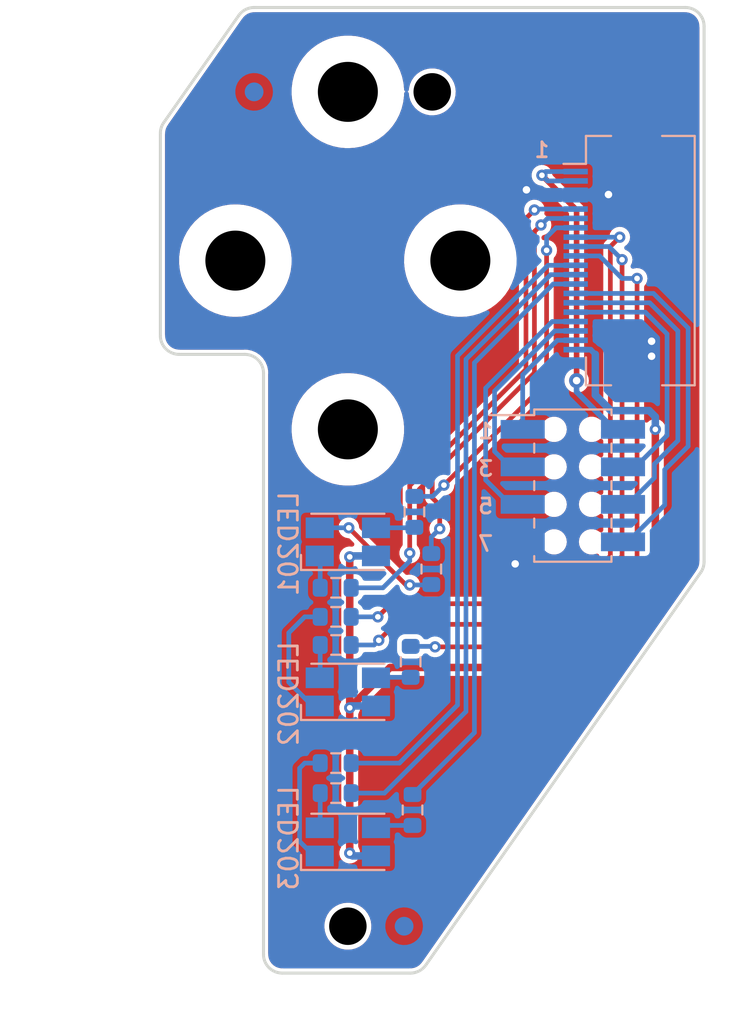
<source format=kicad_pcb>
(kicad_pcb (version 20210424) (generator pcbnew)
  (layers (0 "F.Cu" signal) (31 "B.Cu" signal) (34 "B.Paste" user) (35 "F.Paste" user) (36 "B.SilkS" user "B.Silkscreen") (37 "F.SilkS" user "F.Silkscreen") (38 "B.Mask" user) (39 "F.Mask" user) (44 "Edge.Cuts" user))
  (net 0 "")
  (net 1 "GND")
  (net 2 "+3V3")
  (net 3 "/SHDNZ")
  (net 4 "/SDOUT")
  (net 5 "/SCL")
  (net 6 "/BCLK")
  (net 7 "/SDA")
  (net 8 "/FSYNC")
  (net 9 "Net-(LED201-Pad1)")
  (net 10 "Net-(LED201-Pad3)")
  (net 11 "Net-(LED201-Pad4)")
  (net 12 "Net-(LED202-Pad1)")
  (net 13 "Net-(LED202-Pad3)")
  (net 14 "Net-(LED202-Pad4)")
  (net 15 "Net-(LED203-Pad1)")
  (net 16 "Net-(LED203-Pad3)")
  (net 17 "Net-(LED203-Pad4)")
  (net 18 "/LED1_B")
  (net 19 "/LED1_G")
  (net 20 "/LED1_R")
  (net 21 "/LED2_B")
  (net 22 "/LED3_B")
  (net 23 "/LED2_G")
  (net 24 "/LED3_G")
  (net 25 "/LED2_R")
  (net 26 "/LED3_R")
  (net 27 "+5V")
  (footprint "" (layer "F.Cu") (at 4.5 -9)
    (fp_text reference "H205" hide)
    (fp_text value "MountingHole" hide)
    (pad "" np_thru_hole circle locked (at 0 0) (size 2 2) (drill 2) (layers *.Mask))
  )
  (footprint "" (layer "F.Cu") (at 0 35.5)
    (fp_text reference "H206" hide)
    (fp_text value "MountingHole" hide)
    (pad "" np_thru_hole circle locked (at 0 0) (size 2 2) (drill 2) (layers *.Mask))
  )
  (footprint "MountingHole:MountingHole_3.2mm_M3_DIN965" (layer "F.Cu") (at 0 9)
    (fp_text reference "H204" hide)
    (fp_text value "MountingHole_3.2mm_M3_DIN965")
    (pad "" np_thru_hole circle locked (at 0 0) (size 5.5 5.5) (drill 3.2) (layers *.Mask) (clearance 1.4))
  )
  (footprint "MountingHole:MountingHole_3.2mm_M3_DIN965" (layer "F.Cu") (at 6 0)
    (fp_text reference "H201" hide)
    (fp_text value "MountingHole_3.2mm_M3_DIN965")
    (pad "" np_thru_hole circle locked (at 0 0) (size 5.5 5.5) (drill 3.2) (layers *.Mask) (clearance 1.4))
  )
  (footprint "MountingHole:MountingHole_3.2mm_M3_DIN965" (layer "F.Cu") (at 0 -9)
    (fp_text reference "H203" hide)
    (fp_text value "MountingHole_3.2mm_M3_DIN965")
    (pad "" np_thru_hole circle locked (at 0 0) (size 5.5 5.5) (drill 3.2) (layers *.Mask) (clearance 1.4))
  )
  (footprint "MountingHole:MountingHole_3.2mm_M3_DIN965" (layer "F.Cu") (at -6 0)
    (fp_text reference "H202" hide)
    (fp_text value "MountingHole_3.2mm_M3_DIN965")
    (pad "" np_thru_hole circle locked (at 0 0) (size 5.5 5.5) (drill 3.2) (layers *.Mask) (clearance 1.4))
  )
  (footprint "Resistor_SMD:R_0603_1608Metric" (layer "B.Cu") (at -0.65 28.4 180)
    (fp_text reference "R206" hide)
    (fp_text value "22R")
    (fp_line (start -0.237258 0.5225) (end 0.237258 0.5225) (layer "B.SilkS") (width 0.12))
    (fp_line (start -0.237258 -0.5225) (end 0.237258 -0.5225) (layer "B.SilkS") (width 0.12))
    (pad "1" smd roundrect locked (at -0.825 0 180) (size 0.8 0.95) (layers "B.Cu" "B.Paste" "B.Mask") (net 24 "/LED3_G"))
    (pad "2" smd roundrect locked (at 0.825 0 180) (size 0.8 0.95) (layers "B.Cu" "B.Paste" "B.Mask") (net 17 "Net-(LED203-Pad4)"))
  )
  (footprint "Fiducial:Fiducial_1mm_Mask2mm" (layer "B.Cu") (at -5 -9)
    (fp_text reference "FID1" hide)
    (fp_text value "Fiducial" hide)
    (pad "" smd circle locked (at 0 0) (size 1 1) (layers "B.Cu" "B.Mask") (clearance 0.5))
  )
  (footprint "Fiducial:Fiducial_1mm_Mask2mm" (layer "B.Cu") (at 3 35.5)
    (fp_text reference "FID2" hide)
    (fp_text value "Fiducial" hide)
    (pad "" smd circle locked (at 0 0) (size 1 1) (layers "B.Cu" "B.Mask") (clearance 0.5))
  )
  (footprint "Resistor_SMD:R_0603_1608Metric" (layer "B.Cu") (at 3.45 29.3 -90)
    (fp_text reference "R203" hide)
    (fp_text value "22R")
    (fp_line (start -0.237258 0.5225) (end 0.237258 0.5225) (layer "B.SilkS") (width 0.12))
    (fp_line (start -0.237258 -0.5225) (end 0.237258 -0.5225) (layer "B.SilkS") (width 0.12))
    (pad "1" smd roundrect locked (at -0.825 0 270) (size 0.8 0.95) (layers "B.Cu" "B.Paste" "B.Mask") (net 22 "/LED3_B"))
    (pad "2" smd roundrect locked (at 0.825 0 270) (size 0.8 0.95) (layers "B.Cu" "B.Paste" "B.Mask") (net 16 "Net-(LED203-Pad3)"))
  )
  (footprint "Resistor_SMD:R_0603_1608Metric" (layer "B.Cu") (at -0.65 26.8 180)
    (fp_text reference "R209" hide)
    (fp_text value "22R")
    (fp_line (start -0.237258 -0.5225) (end 0.237258 -0.5225) (layer "B.SilkS") (width 0.12))
    (fp_line (start -0.237258 0.5225) (end 0.237258 0.5225) (layer "B.SilkS") (width 0.12))
    (pad "1" smd roundrect locked (at -0.825 0 180) (size 0.8 0.95) (layers "B.Cu" "B.Paste" "B.Mask") (net 26 "/LED3_R"))
    (pad "2" smd roundrect locked (at 0.825 0 180) (size 0.8 0.95) (layers "B.Cu" "B.Paste" "B.Mask") (net 15 "Net-(LED203-Pad1)"))
  )
  (footprint "LED_SMD:LED_Avago_PLCC4_3.2x2.8mm_CW" (layer "B.Cu") (at 0 31)
    (fp_text reference "LED203" (at -3.15 -0.2 90) (layer "B.SilkS") (effects (justify mirror)))
    (fp_text value "IN-P32TATRGB")
    (fp_line (start -2.500044 1.5) (end 1.95 1.5) (layer "B.SilkS") (width 0.12))
    (fp_line (start -2.5 0.7) (end -2.5 1.5) (layer "B.SilkS") (width 0.12))
    (fp_line (start -1.95 -1.5) (end 1.95 -1.5) (layer "B.SilkS") (width 0.12))
    (pad "1" smd rect locked (at -1.5 0.75) (size 1.5 1.1) (layers "B.Cu" "B.Paste" "B.Mask") (net 15 "Net-(LED203-Pad1)"))
    (pad "2" smd rect locked (at 1.5 0.75) (size 1.5 1.1) (layers "B.Cu" "B.Paste" "B.Mask") (net 27 "+5V"))
    (pad "3" smd rect locked (at 1.5 -0.75) (size 1.5 1.1) (layers "B.Cu" "B.Paste" "B.Mask") (net 16 "Net-(LED203-Pad3)"))
    (pad "4" smd rect locked (at -1.5 -0.75) (size 1.5 1.1) (layers "B.Cu" "B.Paste" "B.Mask") (net 17 "Net-(LED203-Pad4)"))
  )
  (footprint "jeffmakes-footprints:PinSocket_2x04_P2.00mm_Vertical_SMD_Bottom_or_Top_Entry_AMPMODU" (layer "B.Cu") (at 12 12 180)
    (fp_text reference "J201" hide)
    (fp_text value "2314844-8")
    (fp_line (start -2.06 0.24) (end -2.06 -0.24) (layer "B.SilkS") (width 0.12))
    (fp_line (start -2.06 2.24) (end -2.06 1.76) (layer "B.SilkS") (width 0.12))
    (fp_line (start 2.06 -3.76) (end 2.06 -4.06) (layer "B.SilkS") (width 0.12))
    (fp_line (start -2.06 4.06) (end -2.06 3.76) (layer "B.SilkS") (width 0.12))
    (fp_line (start -2.06 -3.76) (end -2.06 -4.06) (layer "B.SilkS") (width 0.12))
    (fp_line (start 2.06 3.76) (end 4.44 3.76) (layer "B.SilkS") (width 0.12))
    (fp_line (start 2.06 4.06) (end 2.06 3.76) (layer "B.SilkS") (width 0.12))
    (fp_line (start -2.06 -1.76) (end -2.06 -2.24) (layer "B.SilkS") (width 0.12))
    (fp_line (start 2.06 0.24) (end 2.06 -0.24) (layer "B.SilkS") (width 0.12))
    (fp_line (start -2.06 4.06) (end 2.06 4.06) (layer "B.SilkS") (width 0.12))
    (fp_line (start -2.06 -4.06) (end 2.06 -4.06) (layer "B.SilkS") (width 0.12))
    (fp_line (start 2.06 2.24) (end 2.06 1.76) (layer "B.SilkS") (width 0.12))
    (fp_line (start 2.06 -1.76) (end 2.06 -2.24) (layer "B.SilkS") (width 0.12))
    (pad "" np_thru_hole circle locked (at -1 -3 180) (size 0.85 0.85) (drill 0.85) (layers F&B.Cu *.Mask))
    (pad "" np_thru_hole circle locked (at 1 1 180) (size 0.85 0.85) (drill 0.85) (layers F&B.Cu *.Mask))
    (pad "" np_thru_hole circle locked (at 1 -1 180) (size 0.85 0.85) (drill 0.85) (layers F&B.Cu *.Mask))
    (pad "" np_thru_hole circle locked (at -1 3 180) (size 0.85 0.85) (drill 0.85) (layers F&B.Cu *.Mask))
    (pad "" np_thru_hole circle locked (at 1 -3 180) (size 0.85 0.85) (drill 0.85) (layers F&B.Cu *.Mask))
    (pad "" np_thru_hole circle locked (at -1 1 180) (size 0.85 0.85) (drill 0.85) (layers F&B.Cu *.Mask))
    (pad "" np_thru_hole circle locked (at 1 3 180) (size 0.85 0.85) (drill 0.85) (layers F&B.Cu *.Mask))
    (pad "" np_thru_hole circle locked (at -1 -1 180) (size 0.85 0.85) (drill 0.85) (layers F&B.Cu *.Mask))
    (pad "1" smd rect locked (at 2.675 3 180) (size 2.35 1) (layers "B.Cu" "B.Paste" "B.Mask") (net 3 "/SHDNZ"))
    (pad "2" smd rect locked (at -2.675 3 180) (size 2.35 1) (layers "B.Cu" "B.Paste" "B.Mask") (net 2 "+3V3"))
    (pad "3" smd rect locked (at 2.675 1 180) (size 2.35 1) (layers "B.Cu" "B.Paste" "B.Mask") (net 5 "/SCL"))
    (pad "4" smd rect locked (at -2.675 1 180) (size 2.35 1) (layers "B.Cu" "B.Paste" "B.Mask") (net 8 "/FSYNC"))
    (pad "5" smd rect locked (at 2.675 -1 180) (size 2.35 1) (layers "B.Cu" "B.Paste" "B.Mask") (net 7 "/SDA"))
    (pad "6" smd rect locked (at -2.675 -1 180) (size 2.35 1) (layers "B.Cu" "B.Paste" "B.Mask") (net 6 "/BCLK"))
    (pad "7" smd rect locked (at 2.675 -3 180) (size 2.35 1) (layers "B.Cu" "B.Paste" "B.Mask") (net 1 "GND"))
    (pad "8" smd rect locked (at -2.675 -3 180) (size 2.35 1) (layers "B.Cu" "B.Paste" "B.Mask") (net 4 "/SDOUT"))
  )
  (footprint "Resistor_SMD:R_0603_1608Metric" (layer "B.Cu") (at 3.55 13.4 -90)
    (fp_text reference "R201" hide)
    (fp_text value "22R")
    (fp_line (start -0.237258 0.5225) (end 0.237258 0.5225) (layer "B.SilkS") (width 0.12))
    (fp_line (start -0.237258 -0.5225) (end 0.237258 -0.5225) (layer "B.SilkS") (width 0.12))
    (pad "1" smd roundrect locked (at -0.825 0 270) (size 0.8 0.95) (layers "B.Cu" "B.Paste" "B.Mask") (net 18 "/LED1_B"))
    (pad "2" smd roundrect locked (at 0.825 0 270) (size 0.8 0.95) (layers "B.Cu" "B.Paste" "B.Mask") (net 10 "Net-(LED201-Pad3)"))
  )
  (footprint "LED_SMD:LED_Avago_PLCC4_3.2x2.8mm_CW" (layer "B.Cu") (at 0 23)
    (fp_text reference "LED202" (at -3.15 0.1 90) (layer "B.SilkS") (effects (justify mirror)))
    (fp_text value "IN-P32TATRGB")
    (fp_line (start -2.500044 1.5) (end 1.95 1.5) (layer "B.SilkS") (width 0.12))
    (fp_line (start -1.95 -1.5) (end 1.95 -1.5) (layer "B.SilkS") (width 0.12))
    (fp_line (start -2.5 0.7) (end -2.5 1.5) (layer "B.SilkS") (width 0.12))
    (pad "1" smd rect locked (at -1.5 0.75) (size 1.5 1.1) (layers "B.Cu" "B.Paste" "B.Mask") (net 12 "Net-(LED202-Pad1)"))
    (pad "2" smd rect locked (at 1.5 0.75) (size 1.5 1.1) (layers "B.Cu" "B.Paste" "B.Mask") (net 27 "+5V"))
    (pad "3" smd rect locked (at 1.5 -0.75) (size 1.5 1.1) (layers "B.Cu" "B.Paste" "B.Mask") (net 13 "Net-(LED202-Pad3)"))
    (pad "4" smd rect locked (at -1.5 -0.75) (size 1.5 1.1) (layers "B.Cu" "B.Paste" "B.Mask") (net 14 "Net-(LED202-Pad4)"))
  )
  (footprint "Resistor_SMD:R_0603_1608Metric" (layer "B.Cu") (at -0.65 20.5 180)
    (fp_text reference "R205" hide)
    (fp_text value "22R")
    (fp_line (start -0.237258 -0.5225) (end 0.237258 -0.5225) (layer "B.SilkS") (width 0.12))
    (fp_line (start -0.237258 0.5225) (end 0.237258 0.5225) (layer "B.SilkS") (width 0.12))
    (pad "1" smd roundrect locked (at -0.825 0 180) (size 0.8 0.95) (layers "B.Cu" "B.Paste" "B.Mask") (net 23 "/LED2_G"))
    (pad "2" smd roundrect locked (at 0.825 0 180) (size 0.8 0.95) (layers "B.Cu" "B.Paste" "B.Mask") (net 14 "Net-(LED202-Pad4)"))
  )
  (footprint "Resistor_SMD:R_0603_1608Metric" (layer "B.Cu") (at 3.35 21.4 -90)
    (fp_text reference "R202" hide)
    (fp_text value "22R")
    (fp_line (start -0.237258 0.5225) (end 0.237258 0.5225) (layer "B.SilkS") (width 0.12))
    (fp_line (start -0.237258 -0.5225) (end 0.237258 -0.5225) (layer "B.SilkS") (width 0.12))
    (pad "1" smd roundrect locked (at -0.825 0 270) (size 0.8 0.95) (layers "B.Cu" "B.Paste" "B.Mask") (net 21 "/LED2_B"))
    (pad "2" smd roundrect locked (at 0.825 0 270) (size 0.8 0.95) (layers "B.Cu" "B.Paste" "B.Mask") (net 13 "Net-(LED202-Pad3)"))
  )
  (footprint "LED_SMD:LED_Avago_PLCC4_3.2x2.8mm_CW" (layer "B.Cu") (at 0 15)
    (fp_text reference "LED201" (at -3.15 0.1 90) (layer "B.SilkS") (effects (justify mirror)))
    (fp_text value "IN-P32TATRGB")
    (fp_line (start -2.5 0.7) (end -2.5 1.5) (layer "B.SilkS") (width 0.12))
    (fp_line (start -1.95 -1.5) (end 1.95 -1.5) (layer "B.SilkS") (width 0.12))
    (fp_line (start -2.500044 1.5) (end 1.95 1.5) (layer "B.SilkS") (width 0.12))
    (pad "1" smd rect locked (at -1.5 0.75) (size 1.5 1.1) (layers "B.Cu" "B.Paste" "B.Mask") (net 9 "Net-(LED201-Pad1)"))
    (pad "2" smd rect locked (at 1.5 0.75) (size 1.5 1.1) (layers "B.Cu" "B.Paste" "B.Mask") (net 27 "+5V"))
    (pad "3" smd rect locked (at 1.5 -0.75) (size 1.5 1.1) (layers "B.Cu" "B.Paste" "B.Mask") (net 10 "Net-(LED201-Pad3)"))
    (pad "4" smd rect locked (at -1.5 -0.75) (size 1.5 1.1) (layers "B.Cu" "B.Paste" "B.Mask") (net 11 "Net-(LED201-Pad4)"))
  )
  (footprint "Resistor_SMD:R_0603_1608Metric" (layer "B.Cu") (at -0.65 19 180)
    (fp_text reference "R208" hide)
    (fp_text value "22R")
    (fp_line (start -0.237258 -0.5225) (end 0.237258 -0.5225) (layer "B.SilkS") (width 0.12))
    (fp_line (start -0.237258 0.5225) (end 0.237258 0.5225) (layer "B.SilkS") (width 0.12))
    (pad "1" smd roundrect locked (at -0.825 0 180) (size 0.8 0.95) (layers "B.Cu" "B.Paste" "B.Mask") (net 25 "/LED2_R"))
    (pad "2" smd roundrect locked (at 0.825 0 180) (size 0.8 0.95) (layers "B.Cu" "B.Paste" "B.Mask") (net 12 "Net-(LED202-Pad1)"))
  )
  (footprint "Resistor_SMD:R_0603_1608Metric" (layer "B.Cu") (at 4.45 16.45 -90)
    (fp_text reference "R204" hide)
    (fp_text value "22R")
    (fp_line (start -0.237258 -0.5225) (end 0.237258 -0.5225) (layer "B.SilkS") (width 0.12))
    (fp_line (start -0.237258 0.5225) (end 0.237258 0.5225) (layer "B.SilkS") (width 0.12))
    (pad "1" smd roundrect locked (at -0.825 0 270) (size 0.8 0.95) (layers "B.Cu" "B.Paste" "B.Mask") (net 19 "/LED1_G"))
    (pad "2" smd roundrect locked (at 0.825 0 270) (size 0.8 0.95) (layers "B.Cu" "B.Paste" "B.Mask") (net 11 "Net-(LED201-Pad4)"))
  )
  (footprint "Resistor_SMD:R_0603_1608Metric" (layer "B.Cu") (at -0.65 17.45 180)
    (fp_text reference "R207" hide)
    (fp_text value "22R")
    (fp_line (start -0.237258 0.5225) (end 0.237258 0.5225) (layer "B.SilkS") (width 0.12))
    (fp_line (start -0.237258 -0.5225) (end 0.237258 -0.5225) (layer "B.SilkS") (width 0.12))
    (pad "1" smd roundrect locked (at -0.825 0 180) (size 0.8 0.95) (layers "B.Cu" "B.Paste" "B.Mask") (net 20 "/LED1_R"))
    (pad "2" smd roundrect locked (at 0.825 0 180) (size 0.8 0.95) (layers "B.Cu" "B.Paste" "B.Mask") (net 9 "Net-(LED201-Pad1)"))
  )
  (footprint "Connector_FFC-FPC:Hirose_FH12-20S-0.5SH_1x20-1MP_P0.50mm_Horizontal" (layer "B.Cu") (at 14 0 -90)
    (fp_text reference "J202" hide)
    (fp_text value "FH12A-20S-0.5SH")
    (fp_line (start 6.65 -4.5) (end 6.65 -2.76) (layer "B.SilkS") (width 0.12))
    (fp_line (start -5.16 1.3) (end -6.65 1.3) (layer "B.SilkS") (width 0.12))
    (fp_line (start 5.16 1.3) (end 6.65 1.3) (layer "B.SilkS") (width 0.12))
    (fp_line (start -5.16 1.3) (end -5.16 2.5) (layer "B.SilkS") (width 0.12))
    (fp_line (start -6.65 -2.76) (end -6.65 -4.5) (layer "B.SilkS") (width 0.12))
    (fp_line (start 6.65 1.3) (end 6.65 -0.04) (layer "B.SilkS") (width 0.12))
    (fp_line (start -6.65 1.3) (end -6.65 -0.04) (layer "B.SilkS") (width 0.12))
    (fp_line (start -6.65 -4.5) (end 6.65 -4.5) (layer "B.SilkS") (width 0.12))
    (pad "1" smd rect locked (at -4.75 1.85 270) (size 0.3 1.3) (layers "B.Cu" "B.Paste" "B.Mask") (net 2 "+3V3"))
    (pad "2" smd rect locked (at -4.25 1.85 270) (size 0.3 1.3) (layers "B.Cu" "B.Paste" "B.Mask") (net 2 "+3V3"))
    (pad "3" smd rect locked (at -3.75 1.85 270) (size 0.3 1.3) (layers "B.Cu" "B.Paste" "B.Mask") (net 1 "GND"))
    (pad "4" smd rect locked (at -3.25 1.85 270) (size 0.3 1.3) (layers "B.Cu" "B.Paste" "B.Mask") (net 1 "GND"))
    (pad "5" smd rect locked (at -2.75 1.85 270) (size 0.3 1.3) (layers "B.Cu" "B.Paste" "B.Mask") (net 20 "/LED1_R"))
    (pad "6" smd rect locked (at -2.25 1.85 270) (size 0.3 1.3) (layers "B.Cu" "B.Paste" "B.Mask") (net 19 "/LED1_G"))
    (pad "7" smd rect locked (at -1.75 1.85 270) (size 0.3 1.3) (layers "B.Cu" "B.Paste" "B.Mask") (net 18 "/LED1_B"))
    (pad "8" smd rect locked (at -1.25 1.85 270) (size 0.3 1.3) (layers "B.Cu" "B.Paste" "B.Mask") (net 25 "/LED2_R"))
    (pad "9" smd rect locked (at -0.75 1.85 270) (size 0.3 1.3) (layers "B.Cu" "B.Paste" "B.Mask") (net 23 "/LED2_G"))
    (pad "10" smd rect locked (at -0.25 1.85 270) (size 0.3 1.3) (layers "B.Cu" "B.Paste" "B.Mask") (net 21 "/LED2_B"))
    (pad "11" smd rect locked (at 0.25 1.85 270) (size 0.3 1.3) (layers "B.Cu" "B.Paste" "B.Mask") (net 26 "/LED3_R"))
    (pad "12" smd rect locked (at 0.75 1.85 270) (size 0.3 1.3) (layers "B.Cu" "B.Paste" "B.Mask") (net 24 "/LED3_G"))
    (pad "13" smd rect locked (at 1.25 1.85 270) (size 0.3 1.3) (layers "B.Cu" "B.Paste" "B.Mask") (net 22 "/LED3_B"))
    (pad "14" smd rect locked (at 1.75 1.85 270) (size 0.3 1.3) (layers "B.Cu" "B.Paste" "B.Mask") (net 4 "/SDOUT"))
    (pad "15" smd rect locked (at 2.25 1.85 270) (size 0.3 1.3) (layers "B.Cu" "B.Paste" "B.Mask") (net 6 "/BCLK"))
    (pad "16" smd rect locked (at 2.75 1.85 270) (size 0.3 1.3) (layers "B.Cu" "B.Paste" "B.Mask") (net 8 "/FSYNC"))
    (pad "17" smd rect locked (at 3.25 1.85 270) (size 0.3 1.3) (layers "B.Cu" "B.Paste" "B.Mask") (net 7 "/SDA"))
    (pad "18" smd rect locked (at 3.75 1.85 270) (size 0.3 1.3) (layers "B.Cu" "B.Paste" "B.Mask") (net 5 "/SCL"))
    (pad "19" smd rect locked (at 4.25 1.85 270) (size 0.3 1.3) (layers "B.Cu" "B.Paste" "B.Mask") (net 3 "/SHDNZ"))
    (pad "20" smd rect locked (at 4.75 1.85 270) (size 0.3 1.3) (layers "B.Cu" "B.Paste" "B.Mask") (net 27 "+5V"))
    (pad "MP" smd rect locked (at -6.65 -1.4 270) (size 1.8 2.2) (layers "B.Cu" "B.Paste" "B.Mask") (net 1 "GND"))
    (pad "MP" smd rect locked (at 6.65 -1.4 270) (size 1.8 2.2) (layers "B.Cu" "B.Paste" "B.Mask") (net 1 "GND"))
  )
  (gr_arc (start 18 16.059) (end 18.819 16.633) (angle -35) (layer "Edge.Cuts") (width 0.16))
  (gr_arc (start 3.337 37) (end 3.337 38) (angle -55) (layer "Edge.Cuts") (width 0.16))
  (gr_line (start -4.5 37) (end -4.5 6) (angle 90) (layer "Edge.Cuts") (width 0.16))
  (gr_arc (start 18.001 -12.501) (end 19 -12.5) (angle -90.154) (layer "Edge.Cuts") (width 0.16))
  (gr_line (start -5 -13.5) (end 18 -13.5) (angle 90) (layer "Edge.Cuts") (width 0.16))
  (gr_arc (start -8.999 -6.788) (end -9.819 -7.362) (angle -35) (layer "Edge.Cuts") (width 0.16))
  (gr_line (start -9.819 -7.362) (end -5.82 -13.073) (angle 90) (layer "Edge.Cuts") (width 0.16))
  (gr_line (start 19 -12.5) (end 19 16.059) (angle 90) (layer "Edge.Cuts") (width 0.16))
  (gr_line (start 3.337 38) (end -3.5 38) (angle 90) (layer "Edge.Cuts") (width 0.16))
  (gr_arc (start -3.5 37) (end -4.5 37) (angle -90) (layer "Edge.Cuts") (width 0.16))
  (gr_line (start -5.5 5) (end -9 5) (angle 90) (layer "Edge.Cuts") (width 0.16))
  (gr_arc (start -8.999 3.999) (end -10 4) (angle -89.9) (layer "Edge.Cuts") (width 0.16))
  (gr_arc (start -5 -12.499) (end -5 -13.5) (angle -55) (layer "Edge.Cuts") (width 0.16))
  (gr_line (start 18.819 16.633) (end 4.156 37.574) (angle 90) (layer "Edge.Cuts") (width 0.16))
  (gr_arc (start -5.5 6) (end -4.5 6) (angle -90) (layer "Edge.Cuts") (width 0.16))
  (gr_line (start -10 4) (end -10 -6.788) (angle 90) (layer "Edge.Cuts") (width 0.16))
  (gr_text "1" (at 10.35 -5.9) (layer "B.SilkS") (effects (font (size 0.8 0.8)) (justify mirror)))
  (gr_text "7" (at 7.35 15.1) (layer "B.SilkS") (effects (font (size 0.8 0.8)) (justify mirror)))
  (gr_text "3\n" (at 7.35 11.1) (layer "B.SilkS") (effects (font (size 0.8 0.8)) (justify mirror)))
  (gr_text "1" (at 7.35 9.1) (layer "B.SilkS") (effects (font (size 0.8 0.8)) (justify mirror)))
  (gr_text "5" (at 7.35 13.1) (layer "B.SilkS") (effects (font (size 0.8 0.8)) (justify mirror)))
  (via (at 9.525 -3.775) (size 0.8) (drill 0.4) (layers "F.Cu" "B.Cu") (net 1))
  (via (at 16.2 5.1) (size 0.8) (drill 0.4) (layers "F.Cu" "B.Cu") (net 1))
  (via (at 16.2 4.3) (size 0.8) (drill 0.4) (layers "F.Cu" "B.Cu") (net 1))
  (via (at 13.9 -3.525) (size 0.8) (drill 0.4) (layers "F.Cu" "B.Cu") (net 1))
  (via (at 8.925 16.175) (size 0.8) (drill 0.4) (layers "F.Cu" "B.Cu") (net 1))
  (segment (start 12.2 -2.7) (end 10.35 -4.55) (width 0.3) (layer "F.Cu") (net 2))
  (segment (start 12.2 6.4) (end 12.2 -2.7) (width 0.3) (layer "F.Cu") (net 2))
  (via (at 10.35 -4.55) (size 0.6) (drill 0.3) (layers "F.Cu" "B.Cu") (net 2))
  (via (at 12.2 6.4) (size 0.8) (drill 0.4) (layers "F.Cu" "B.Cu") (net 2))
  (segment (start 10.649999 -4.250001) (end 10.35 -4.55) (width 0.25) (layer "B.Cu") (net 2))
  (segment (start 14.675 9) (end 14.2 9) (width 0.3) (layer "B.Cu") (net 2))
  (segment (start 12.2 7) (end 12.2 6.4) (width 0.3) (layer "B.Cu") (net 2))
  (segment (start 12.15 -4.75) (end 10.55 -4.75) (width 0.25) (layer "B.Cu") (net 2))
  (segment (start 11 -4.25) (end 10.649999 -4.250001) (width 0.25) (layer "B.Cu") (net 2))
  (segment (start 10.55 -4.75) (end 10.35 -4.55) (width 0.25) (layer "B.Cu") (net 2))
  (segment (start 14.2 9) (end 12.2 7) (width 0.3) (layer "B.Cu") (net 2))
  (segment (start 12.15 -4.25) (end 11 -4.25) (width 0.25) (layer "B.Cu") (net 2))
  (segment (start 11.17282 4.25) (end 12.15 4.25) (width 0.25) (layer "B.Cu") (net 3))
  (segment (start 9.325 9) (end 9.325 6.09782) (width 0.25) (layer "B.Cu") (net 3))
  (segment (start 9.325 6.09782) (end 11.17282 4.25) (width 0.25) (layer "B.Cu") (net 3))
  (segment (start 16.3 1.75) (end 12.15 1.75) (width 0.25) (layer "B.Cu") (net 4))
  (segment (start 14.93412 15) (end 16.9 13.03412) (width 0.25) (layer "B.Cu") (net 4))
  (segment (start 18.15 9.9) (end 18.15 3.6) (width 0.25) (layer "B.Cu") (net 4))
  (segment (start 16.9 11.15) (end 18.15 9.9) (width 0.25) (layer "B.Cu") (net 4))
  (segment (start 16.9 13.03412) (end 16.9 11.15) (width 0.25) (layer "B.Cu") (net 4))
  (segment (start 18.15 3.6) (end 16.3 1.75) (width 0.25) (layer "B.Cu") (net 4))
  (segment (start 14.675 15) (end 14.93412 15) (width 0.25) (layer "B.Cu") (net 4))
  (segment (start 7.82499 6.96142) (end 11.03641 3.75) (width 0.25) (layer "B.Cu") (net 5))
  (segment (start 7.82499 10.17499) (end 7.82499 6.96142) (width 0.25) (layer "B.Cu") (net 5))
  (segment (start 9.325 11) (end 8.65 11) (width 0.25) (layer "B.Cu") (net 5))
  (segment (start 8.65 11) (end 7.82499 10.17499) (width 0.25) (layer "B.Cu") (net 5))
  (segment (start 11.03641 3.75) (end 12.15 3.75) (width 0.25) (layer "B.Cu") (net 5))
  (segment (start 16.35 11.58412) (end 16.35 10.85) (width 0.25) (layer "B.Cu") (net 6))
  (segment (start 14.675 13) (end 14.93412 13) (width 0.25) (layer "B.Cu") (net 6))
  (segment (start 16.1 2.25) (end 12.15 2.25) (width 0.25) (layer "B.Cu") (net 6))
  (segment (start 17.6 9.6) (end 17.6 3.75) (width 0.25) (layer "B.Cu") (net 6))
  (segment (start 14.93412 13) (end 16.35 11.58412) (width 0.25) (layer "B.Cu") (net 6))
  (segment (start 16.35 10.85) (end 17.6 9.6) (width 0.25) (layer "B.Cu") (net 6))
  (segment (start 17.6 3.75) (end 16.1 2.25) (width 0.25) (layer "B.Cu") (net 6))
  (segment (start 10.9 3.25) (end 12.15 3.25) (width 0.25) (layer "B.Cu") (net 7))
  (segment (start 7.350022 11.700022) (end 7.350022 6.799978) (width 0.25) (layer "B.Cu") (net 7))
  (segment (start 8.65 13) (end 7.350022 11.700022) (width 0.25) (layer "B.Cu") (net 7))
  (segment (start 7.350022 6.799978) (end 10.9 3.25) (width 0.25) (layer "B.Cu") (net 7))
  (segment (start 9.325 13) (end 8.65 13) (width 0.25) (layer "B.Cu") (net 7))
  (segment (start 15.8625 2.75) (end 12.15 2.75) (width 0.25) (layer "B.Cu") (net 8))
  (segment (start 15.35 11) (end 17.025001 9.324999) (width 0.25) (layer "B.Cu") (net 8))
  (segment (start 17.025001 3.912501) (end 15.8625 2.75) (width 0.25) (layer "B.Cu") (net 8))
  (segment (start 14.675 11) (end 15.35 11) (width 0.25) (layer "B.Cu") (net 8))
  (segment (start 17.025001 9.324999) (end 17.025001 3.912501) (width 0.25) (layer "B.Cu") (net 8))
  (segment (start -1.475 15.775) (end -1.5 15.75) (width 0.25) (layer "B.Cu") (net 9))
  (segment (start -1.475 17.45) (end -1.475 15.775) (width 0.25) (layer "B.Cu") (net 9))
  (segment (start 1.5 14.25) (end 3.525 14.25) (width 0.25) (layer "B.Cu") (net 10))
  (segment (start 3.525 14.25) (end 3.55 14.225) (width 0.25) (layer "B.Cu") (net 10))
  (segment (start 0.05 14.25) (end 3.1 17.3) (width 0.25) (layer "F.Cu") (net 11))
  (segment (start 3.1 17.3) (end 3.3 17.3) (width 0.25) (layer "F.Cu") (net 11))
  (via (at 0.05 14.25) (size 0.6) (drill 0.3) (layers "F.Cu" "B.Cu") (net 11))
  (via (at 3.3 17.3) (size 0.6) (drill 0.3) (layers "F.Cu" "B.Cu") (net 11))
  (segment (start -1.5 14.25) (end 0.05 14.25) (width 0.25) (layer "B.Cu") (net 11))
  (segment (start 3.3 17.3) (end 4.425 17.3) (width 0.25) (layer "B.Cu") (net 11))
  (segment (start 4.425 17.3) (end 4.45 17.275) (width 0.25) (layer "B.Cu") (net 11))
  (segment (start -3.15 22.485002) (end -1.885002 23.75) (width 0.25) (layer "B.Cu") (net 12))
  (segment (start -1.885002 23.75) (end -1.5 23.75) (width 0.25) (layer "B.Cu") (net 12))
  (segment (start -1.475 19) (end -2.3 19) (width 0.25) (layer "B.Cu") (net 12))
  (segment (start -3.15 19.85) (end -3.15 22.485002) (width 0.25) (layer "B.Cu") (net 12))
  (segment (start -2.3 19) (end -3.15 19.85) (width 0.25) (layer "B.Cu") (net 12))
  (segment (start 1.525 22.225) (end 1.5 22.25) (width 0.25) (layer "B.Cu") (net 13))
  (segment (start 3.35 22.225) (end 1.525 22.225) (width 0.25) (layer "B.Cu") (net 13))
  (segment (start -1.475 20.5) (end -1.475 22.225) (width 0.25) (layer "B.Cu") (net 14))
  (segment (start -1.475 22.225) (end -1.5 22.25) (width 0.25) (layer "B.Cu") (net 14))
  (segment (start -1.8 31.75) (end -2.575001 30.974999) (width 0.25) (layer "B.Cu") (net 15))
  (segment (start -2.3 26.8) (end -1.475 26.8) (width 0.25) (layer "B.Cu") (net 15))
  (segment (start -2.575001 30.974999) (end -2.575001 27.075001) (width 0.25) (layer "B.Cu") (net 15))
  (segment (start -2.575001 27.075001) (end -2.3 26.8) (width 0.25) (layer "B.Cu") (net 15))
  (segment (start -1.5 31.75) (end -1.8 31.75) (width 0.25) (layer "B.Cu") (net 15))
  (segment (start 1.6256 30.1244) (end 1.5 30.25) (width 0.25) (layer "B.Cu") (net 16))
  (segment (start 3.45 30.125) (end 3.4494 30.1244) (width 0.25) (layer "B.Cu") (net 16))
  (segment (start 3.4494 30.1244) (end 1.6256 30.1244) (width 0.25) (layer "B.Cu") (net 16))
  (segment (start -1.475 30.225) (end -1.5 30.25) (width 0.25) (layer "B.Cu") (net 17))
  (segment (start -1.475 28.4) (end -1.475 30.225) (width 0.25) (layer "B.Cu") (net 17))
  (segment (start 10.6 6.499408) (end 5.12501 11.974398) (width 0.25) (layer "F.Cu") (net 18))
  (segment (start 10.6 -0.55) (end 10.6 6.499408) (width 0.25) (layer "F.Cu") (net 18))
  (via (at 10.6 -0.55) (size 0.6) (drill 0.3) (layers "F.Cu" "B.Cu") (net 18))
  (via (at 5.12501 11.974398) (size 0.6) (drill 0.3) (layers "F.Cu" "B.Cu") (net 18))
  (segment (start 10.6 -1.25) (end 11.1 -1.75) (width 0.25) (layer "B.Cu") (net 18))
  (segment (start 10.6 -0.55) (end 10.6 -1.25) (width 0.25) (layer "B.Cu") (net 18))
  (segment (start 3.55 12.575) (end 4.524408 12.575) (width 0.25) (layer "B.Cu") (net 18))
  (segment (start 11.1 -1.75) (end 12.15 -1.75) (width 0.25) (layer "B.Cu") (net 18))
  (segment (start 4.524408 12.575) (end 5.12501 11.974398) (width 0.25) (layer "B.Cu") (net 18))
  (segment (start 4.9 14.3) (end 4.9 13.05) (width 0.25) (layer "F.Cu") (net 19))
  (segment (start 4.5 11.436411) (end 9.950011 5.9864) (width 0.25) (layer "F.Cu") (net 19))
  (segment (start 4.9 13.05) (end 4.5 12.65) (width 0.25) (layer "F.Cu") (net 19))
  (segment (start 4.5 12.65) (end 4.5 11.436411) (width 0.25) (layer "F.Cu") (net 19))
  (segment (start 9.950011 -1.550011) (end 10.3 -1.9) (width 0.25) (layer "F.Cu") (net 19))
  (segment (start 9.950011 5.9864) (end 9.950011 -1.550011) (width 0.25) (layer "F.Cu") (net 19))
  (via (at 4.9 14.3) (size 0.6) (drill 0.3) (layers "F.Cu" "B.Cu") (net 19))
  (via (at 10.3 -1.9) (size 0.6) (drill 0.3) (layers "F.Cu" "B.Cu") (net 19))
  (segment (start 4.45 14.75) (end 4.9 14.3) (width 0.25) (layer "B.Cu") (net 19))
  (segment (start 10.3 -1.9) (end 10.65 -2.25) (width 0.25) (layer "B.Cu") (net 19))
  (segment (start 10.65 -2.25) (end 12.15 -2.25) (width 0.25) (layer "B.Cu") (net 19))
  (segment (start 4.45 15.625) (end 4.45 14.75) (width 0.25) (layer "B.Cu") (net 19))
  (segment (start 9.5 5.8) (end 3.3 12) (width 0.25) (layer "F.Cu") (net 20))
  (segment (start 9.95 -2.7) (end 9.5 -2.25) (width 0.25) (layer "F.Cu") (net 20))
  (segment (start 3.3 12) (end 3.3 15.6) (width 0.25) (layer "F.Cu") (net 20))
  (segment (start 9.5 -2.25) (end 9.5 5.8) (width 0.25) (layer "F.Cu") (net 20))
  (via (at 9.95 -2.7) (size 0.6) (drill 0.3) (layers "F.Cu" "B.Cu") (net 20))
  (via (at 3.3 15.6) (size 0.6) (drill 0.3) (layers "F.Cu" "B.Cu") (net 20))
  (segment (start 3.3 16.024264) (end 3.3 15.6) (width 0.25) (layer "B.Cu") (net 20))
  (segment (start 1.874264 17.45) (end 3.3 16.024264) (width 0.25) (layer "B.Cu") (net 20))
  (segment (start 10 -2.75) (end 12.15 -2.75) (width 0.25) (layer "B.Cu") (net 20))
  (segment (start 9.95 -2.7) (end 10 -2.75) (width 0.25) (layer "B.Cu") (net 20))
  (segment (start 0.175 17.45) (end 1.874264 17.45) (width 0.25) (layer "B.Cu") (net 20))
  (segment (start 11.05 20.6) (end 15.42501 16.22499) (width 0.25) (layer "F.Cu") (net 21))
  (segment (start 15.42501 16.22499) (end 15.42501 0.95) (width 0.25) (layer "F.Cu") (net 21))
  (segment (start 4.65 20.6) (end 11.05 20.6) (width 0.25) (layer "F.Cu") (net 21))
  (via (at 15.42501 0.95) (size 0.6) (drill 0.3) (layers "F.Cu" "B.Cu") (net 21))
  (via (at 4.65 20.6) (size 0.6) (drill 0.3) (layers "F.Cu" "B.Cu") (net 21))
  (segment (start 4.625 20.575) (end 4.65 20.6) (width 0.25) (layer "B.Cu") (net 21))
  (segment (start 12.15 -0.25) (end 13.424998 -0.25) (width 0.25) (layer "B.Cu") (net 21))
  (segment (start 3.35 20.575) (end 4.625 20.575) (width 0.25) (layer "B.Cu") (net 21))
  (segment (start 14.624998 0.95) (end 15.42501 0.95) (width 0.25) (layer "B.Cu") (net 21))
  (segment (start 13.424998 -0.25) (end 14.624998 0.95) (width 0.25) (layer "B.Cu") (net 21))
  (segment (start 6.75 5.45) (end 10.95 1.25) (width 0.25) (layer "B.Cu") (net 22))
  (segment (start 10.95 1.25) (end 12.15 1.25) (width 0.25) (layer "B.Cu") (net 22))
  (segment (start 3.45 28.475) (end 6.75 25.175) (width 0.25) (layer "B.Cu") (net 22))
  (segment (start 6.75 25.175) (end 6.75 5.45) (width 0.25) (layer "B.Cu") (net 22))
  (segment (start 2.5 19.4) (end 10.98641 19.4) (width 0.25) (layer "F.Cu") (net 23))
  (segment (start 10.98641 19.4) (end 14.62501 15.7614) (width 0.25) (layer "F.Cu") (net 23))
  (segment (start 14.62501 15.7614) (end 14.62501 -0.05) (width 0.25) (layer "F.Cu") (net 23))
  (segment (start 1.65 20.25) (end 2.5 19.4) (width 0.25) (layer "F.Cu") (net 23))
  (via (at 14.62501 -0.05) (size 0.6) (drill 0.3) (layers "F.Cu" "B.Cu") (net 23))
  (via (at 1.65 20.25) (size 0.6) (drill 0.3) (layers "F.Cu" "B.Cu") (net 23))
  (segment (start 0.175 20.5) (end 1.4 20.5) (width 0.25) (layer "B.Cu") (net 23))
  (segment (start 12.15 -0.75) (end 13.92501 -0.75) (width 0.25) (layer "B.Cu") (net 23))
  (segment (start 1.4 20.5) (end 1.65 20.25) (width 0.25) (layer "B.Cu") (net 23))
  (segment (start 13.92501 -0.75) (end 14.62501 -0.05) (width 0.25) (layer "B.Cu") (net 23))
  (segment (start 1.95 28.4) (end 6.299989 24.050011) (width 0.25) (layer "B.Cu") (net 24))
  (segment (start 6.299989 24.050011) (end 6.299989 5.2636) (width 0.25) (layer "B.Cu") (net 24))
  (segment (start 10.813589 0.75) (end 12.15 0.75) (width 0.25) (layer "B.Cu") (net 24))
  (segment (start 6.299989 5.2636) (end 10.813589 0.75) (width 0.25) (layer "B.Cu") (net 24))
  (segment (start 0.175 28.4) (end 1.95 28.4) (width 0.25) (layer "B.Cu") (net 24))
  (segment (start 1.6 19) (end 2.3 18.3) (width 0.25) (layer "F.Cu") (net 25))
  (segment (start 14 15.75) (end 14 -0.75) (width 0.25) (layer "F.Cu") (net 25))
  (segment (start 14 -0.75) (end 14.5 -1.25) (width 0.25) (layer "F.Cu") (net 25))
  (segment (start 11.45 18.3) (end 14 15.75) (width 0.25) (layer "F.Cu") (net 25))
  (segment (start 2.3 18.3) (end 11.45 18.3) (width 0.25) (layer "F.Cu") (net 25))
  (via (at 14.5 -1.25) (size 0.6) (drill 0.3) (layers "F.Cu" "B.Cu") (net 25))
  (via (at 1.6 19) (size 0.6) (drill 0.3) (layers "F.Cu" "B.Cu") (net 25))
  (segment (start 14.5 -1.25) (end 12.15 -1.25) (width 0.25) (layer "B.Cu") (net 25))
  (segment (start 0.175 19) (end 1.6 19) (width 0.25) (layer "B.Cu") (net 25))
  (segment (start 2.75 26.8) (end 5.849978 23.700022) (width 0.25) (layer "B.Cu") (net 26))
  (segment (start 5.849978 23.700022) (end 5.849978 5.0772) (width 0.25) (layer "B.Cu") (net 26))
  (segment (start 10.677178 0.25) (end 12.15 0.25) (width 0.25) (layer "B.Cu") (net 26))
  (segment (start 5.849978 5.0772) (end 10.677178 0.25) (width 0.25) (layer "B.Cu") (net 26))
  (segment (start 0.175 26.8) (end 2.75 26.8) (width 0.25) (layer "B.Cu") (net 26))
  (segment (start 16.4 16.75) (end 16.4 9) (width 0.4) (layer "F.Cu") (net 27))
  (segment (start 2.25 21.7) (end 11.45 21.7) (width 0.4) (layer "F.Cu") (net 27))
  (segment (start 0.1 23.85) (end 2.25 21.7) (width 0.4) (layer "F.Cu") (net 27))
  (segment (start 0.1 31.6) (end 0.1 23.85) (width 0.4) (layer "F.Cu") (net 27))
  (segment (start 11.45 21.7) (end 16.4 16.75) (width 0.4) (layer "F.Cu") (net 27))
  (segment (start 0.1 23.85) (end 0.1 15.8) (width 0.4) (layer "F.Cu") (net 27))
  (via (at 0.1 23.85) (size 0.6) (drill 0.3) (layers "F.Cu" "B.Cu") (net 27))
  (via (at 0.1 15.8) (size 0.6) (drill 0.3) (layers "F.Cu" "B.Cu") (net 27))
  (via (at 0.1 31.6) (size 0.6) (drill 0.3) (layers "F.Cu" "B.Cu") (net 27))
  (via (at 16.4 9) (size 0.6) (drill 0.3) (layers "F.Cu" "B.Cu") (net 27))
  (segment (start 0.2 23.75) (end 0.1 23.85) (width 0.4) (layer "B.Cu") (net 27))
  (segment (start 13.2 7.17002) (end 14.02998 8) (width 0.4) (layer "B.Cu") (net 27))
  (segment (start 14.02998 8) (end 16.07002 8) (width 0.4) (layer "B.Cu") (net 27))
  (segment (start 12.95 4.75) (end 12.15 4.75) (width 0.3) (layer "B.Cu") (net 27))
  (segment (start 0.25 31.75) (end 0.1 31.6) (width 0.4) (layer "B.Cu") (net 27))
  (segment (start 1.5 15.75) (end 0.15 15.75) (width 0.4) (layer "B.Cu") (net 27))
  (segment (start 1.5 31.75) (end 0.25 31.75) (width 0.4) (layer "B.Cu") (net 27))
  (segment (start 13.2 5) (end 12.95 4.75) (width 0.3) (layer "B.Cu") (net 27))
  (segment (start 1.5 23.75) (end 0.2 23.75) (width 0.4) (layer "B.Cu") (net 27))
  (segment (start 13.2 5) (end 13.2 7.17002) (width 0.4) (layer "B.Cu") (net 27))
  (segment (start 16.4 8.32998) (end 16.4 9) (width 0.4) (layer "B.Cu") (net 27))
  (segment (start 0.15 15.75) (end 0.1 15.8) (width 0.4) (layer "B.Cu") (net 27))
  (segment (start 16.07002 8) (end 16.4 8.32998) (width 0.4) (layer "B.Cu") (net 27))
  (zone (net 1) (net_name "GND") (layers F&B.Cu) (connect_pads yes (clearance 0.25)) (min_thickness 0.254) (fill yes (thermal_gap 0.508) (thermal_bridge_width 0.508) (island_removal_mode 2) (island_area_min 40))
    (polygon (pts (xy 19.85 40.6704) (xy -10.65 40.6704) (xy -10.65 -13.9) (xy 19.85 -13.9)))
  )
)
</source>
